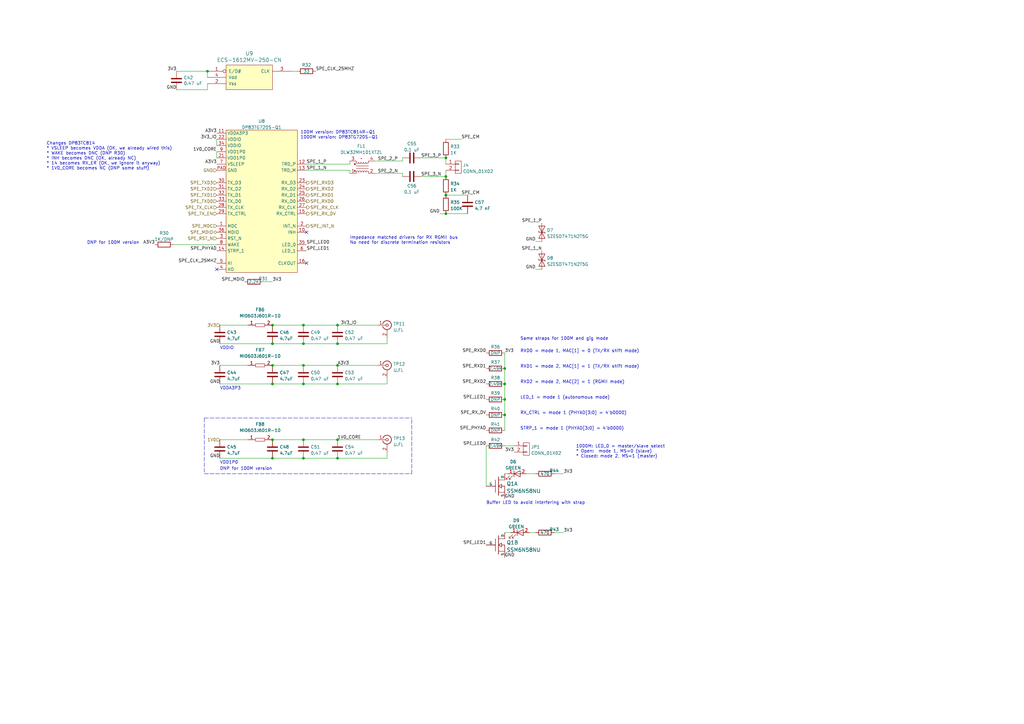
<source format=kicad_sch>
(kicad_sch (version 20211123) (generator eeschema)
  (paper "A3")
  (title_block (title "BaseT to BaseT1 Media Converter") (date "2024-01-28") (rev "0.1") (company "Antikernel Labs") (comment 1 "Andrew D. Zonenberg"))
  (lib_symbols
    (symbol "conn:CONN_01X02" (pin_names (offset 1.016) hide)
      (property "Reference" "J" (at 0 3.81 0))
      (property "Value" "CONN_01X02" (at 2.54 0 90))
      (symbol "CONN_01X02_0_1"
        (rectangle (start -1.27 -1.143) (end 0.254 -1.397))
        (rectangle (start -1.27 1.397) (end 0.254 1.143))
        (rectangle (start -1.27 2.54) (end 1.27 -2.54))
      )
      (symbol "CONN_01X02_1_1"
        (pin passive line (at -5.08 1.27 0) (length 3.81) (name "P1") (number "1"))
        (pin passive line (at -5.08 -1.27 0) (length 3.81) (name "P2") (number "2"))
      )
    )
    (symbol "conn:CONN_COAXIAL" (pin_names (offset 1.016) hide)
      (property "Reference" "J" (at 0.254 3.048 0))
      (property "Value" "CONN_COAXIAL" (at 2.921 0 90))
      (symbol "CONN_COAXIAL_0_1"
        (arc (start -1.778 -0.508) (mid 0.2311 -1.8066) (end 1.778 0) (stroke (width 0.254)))
        (polyline (pts (xy -1.27 0) (xy -0.508 0)))
        (polyline (pts (xy 0 -2.54) (xy 0 -1.778)))
        (circle (center 0 0) (radius 0.508) (stroke (width 0.2032)))
        (arc (start 1.778 0) (mid 0.2099 1.8101) (end -1.778 0.508) (stroke (width 0.254)))
      )
      (symbol "CONN_COAXIAL_1_1"
        (pin passive line (at -3.81 0 0) (length 2.54) (name "In") (number "1"))
        (pin passive line (at 0 -5.08 90) (length 2.54) (name "Ext") (number "2"))
      )
    )
    (symbol "device:C" (pin_numbers hide) (pin_names (offset 0.254))
      (property "Reference" "C" (at 0.635 2.54 0))
      (property "Value" "C" (at 0.635 -2.54 0))
      (symbol "C_0_1"
        (polyline (pts (xy -2.032 -0.762) (xy 2.032 -0.762)) (stroke (width 0.508)))
        (polyline (pts (xy -2.032 0.762) (xy 2.032 0.762)) (stroke (width 0.508)))
      )
      (symbol "C_1_1"
        (pin passive line (at 0 3.81 270) (length 2.794) (name "~") (number "1"))
        (pin passive line (at 0 -3.81 90) (length 2.794) (name "~") (number "2"))
      )
    )
    (symbol "device:D_TVS" (pin_numbers hide) (pin_names (offset 1.016) hide)
      (property "Reference" "D" (at 0 2.54 0))
      (property "Value" "D_TVS" (at 0 -2.54 0))
      (symbol "D_TVS_0_1"
        (polyline (pts (xy 1.27 0) (xy -1.27 0)))
        (polyline (pts (xy -2.54 -1.27) (xy 0 0) (xy -2.54 1.27) (xy -2.54 -1.27)) (stroke (width 0.2032)))
        (polyline (pts (xy 0.508 1.27) (xy 0 1.27) (xy 0 -1.27) (xy -0.508 -1.27)) (stroke (width 0.2032)))
        (polyline (pts (xy 2.54 1.27) (xy 2.54 -1.27) (xy 0 0) (xy 2.54 1.27)) (stroke (width 0.2032)))
      )
      (symbol "D_TVS_1_1"
        (pin passive line (at -3.81 0 0) (length 2.54) (name "A1") (number "1"))
        (pin passive line (at 3.81 0 180) (length 2.54) (name "A2") (number "2"))
      )
    )
    (symbol "device:EMI_Filter_CommonMode" (pin_names (offset 0.254) hide)
      (property "Reference" "FL" (at 0 4.445 0))
      (property "Value" "EMI_Filter_CommonMode" (at 0 -4.445 0))
      (property "Datasheet" "~" (at 0 1.016 90))
      (symbol "EMI_Filter_CommonMode_0_1"
        (circle (center -3.048 -1.27) (radius 0.254) (fill (type outline)))
        (circle (center -3.048 1.524) (radius 0.254) (fill (type outline)))
        (arc (start -2.54 2.032) (mid -2.032 1.524) (end -1.524 2.032))
        (arc (start -1.524 -2.032) (mid -2.032 -1.524) (end -2.54 -2.032))
        (arc (start -1.524 2.032) (mid -1.016 1.524) (end -0.508 2.032))
        (arc (start -0.508 -2.032) (mid -1.016 -1.524) (end -1.524 -2.032))
        (arc (start -0.508 2.032) (mid 0 1.524) (end 0.508 2.032))
        (polyline (pts (xy -2.54 -2.032) (xy -2.54 -2.54)))
        (polyline (pts (xy -2.54 0.508) (xy 2.54 0.508)))
        (polyline (pts (xy -2.54 2.032) (xy -2.54 2.54)))
        (polyline (pts (xy 2.54 -2.032) (xy 2.54 -2.54)))
        (polyline (pts (xy 2.54 -0.508) (xy -2.54 -0.508)))
        (polyline (pts (xy 2.54 2.54) (xy 2.54 2.032)))
        (arc (start 0.508 -2.032) (mid 0 -1.524) (end -0.508 -2.032))
        (arc (start 0.508 2.032) (mid 1.016 1.524) (end 1.524 2.032))
        (arc (start 1.524 -2.032) (mid 1.016 -1.524) (end 0.508 -2.032))
        (arc (start 1.524 2.032) (mid 2.032 1.524) (end 2.54 2.032))
        (arc (start 2.54 -2.032) (mid 2.032 -1.524) (end 1.524 -2.032))
      )
      (symbol "EMI_Filter_CommonMode_1_1"
        (pin passive line (at -5.08 2.54 0) (length 2.54) (name "1") (number "1"))
        (pin passive line (at 5.08 2.54 180) (length 2.54) (name "2") (number "2"))
        (pin passive line (at -5.08 -2.54 0) (length 2.54) (name "3") (number "3"))
        (pin passive line (at 5.08 -2.54 180) (length 2.54) (name "4") (number "4"))
      )
    )
    (symbol "device:LED" (pin_names (offset 1.016) hide)
      (property "Reference" "D" (at 0 2.54 0))
      (property "Value" "LED" (at 0 -2.54 0))
      (symbol "LED_0_1"
        (polyline (pts (xy -1.27 -1.27) (xy -1.27 1.27)) (stroke (width 0.2032)))
        (polyline (pts (xy -1.27 0) (xy 1.27 0)))
        (polyline (pts (xy 1.27 -1.27) (xy 1.27 1.27) (xy -1.27 0) (xy 1.27 -1.27)) (stroke (width 0.2032)))
        (polyline (pts (xy -3.048 -0.762) (xy -4.572 -2.286) (xy -3.81 -2.286) (xy -4.572 -2.286) (xy -4.572 -1.524)))
        (polyline (pts (xy -1.778 -0.762) (xy -3.302 -2.286) (xy -2.54 -2.286) (xy -3.302 -2.286) (xy -3.302 -1.524)))
      )
      (symbol "LED_1_1"
        (pin passive line (at -3.81 0 0) (length 2.54) (name "K") (number "1"))
        (pin passive line (at 3.81 0 180) (length 2.54) (name "A") (number "2"))
      )
    )
    (symbol "device:R" (pin_numbers hide) (pin_names (offset 0))
      (property "Reference" "R" (at 2.032 0 90))
      (property "Value" "R" (at 0 0 90))
      (symbol "R_0_1"
        (rectangle (start -1.016 -2.54) (end 1.016 2.54) (stroke (width 0.254)))
      )
      (symbol "R_1_1"
        (pin passive line (at 0 3.81 270) (length 1.27) (name "~") (number "1"))
        (pin passive line (at 0 -3.81 90) (length 1.27) (name "~") (number "2"))
      )
    )
    (symbol "osc-azonenberg:OSC" (pin_names (offset 1.016))
      (property "Reference" "U" (at 0 0 0))
      (property "Value" "OSC" (at 0 -2.54 0))
      (symbol "OSC_0_1"
        (rectangle (start -10.16 2.54) (end 8.89 -7.62) (fill (type background)))
      )
      (symbol "OSC_1_1"
        (pin input inverted (at -17.78 0 0) (length 7.62) (name "E/D#") (number "1"))
        (pin input line (at -17.78 -5.08 0) (length 7.62) (name "Vss") (number "2"))
        (pin output line (at 16.51 0 180) (length 7.62) (name "CLK") (number "3"))
        (pin power_in line (at -17.78 -2.54 0) (length 7.62) (name "Vdd") (number "4"))
      )
    )
    (symbol "passive-azonenberg:FERRITE_SMALL2" (pin_names (offset 1.016))
      (property "Reference" "FB" (at 0 2.54 0))
      (property "Value" "FERRITE_SMALL2" (at 0 -2.54 0))
      (symbol "FERRITE_SMALL2_0_1"
        (rectangle (start -1.905 0.635) (end 1.905 -0.635))
      )
      (symbol "FERRITE_SMALL2_1_1"
        (pin input line (at -5.08 0 0) (length 3.175) (name "~") (number "1"))
        (pin power_out line (at 5.08 0 180) (length 3.175) (name "~") (number "2"))
      )
    )
    (symbol "special-azonenberg:DP83TG720S-Q1"
      (property "Reference" "U" (at 0 -1.27 0))
      (property "Value" "DP83TG720S-Q1" (at 0 -3.81 0))
      (symbol "DP83TG720S-Q1_0_1"
        (rectangle (start 0 58.42) (end 29.21 0) (stroke (width 0.1524)) (fill (type background)))
      )
      (symbol "DP83TG720S-Q1_1_1"
        (pin input line (at -3.81 19.05 0) (length 3.81) (name "MDC") (number "1"))
        (pin open_collector line (at 33.02 16.51 180) (length 3.81) (name "INH") (number "10"))
        (pin power_in line (at -3.81 57.15 0) (length 3.81) (name "VDDA3P3") (number "11"))
        (pin bidirectional line (at 33.02 44.45 180) (length 3.81) (name "TRD_P") (number "12"))
        (pin bidirectional line (at 33.02 41.91 180) (length 3.81) (name "TRD_M") (number "13"))
        (pin input line (at -3.81 8.89 0) (length 3.81) (name "STRP_1") (number "14"))
        (pin output line (at 33.02 24.13 180) (length 3.81) (name "RX_CTRL") (number "15"))
        (pin output line (at 33.02 3.81 180) (length 3.81) (name "CLKOUT") (number "16"))
        (pin output line (at 33.02 19.05 180) (length 3.81) (name "INT_N") (number "2"))
        (pin power_in line (at -3.81 46.99 0) (length 3.81) (name "VDD1P0") (number "21"))
        (pin power_in line (at -3.81 54.61 0) (length 3.81) (name "VDDIO") (number "22"))
        (pin output line (at 33.02 36.83 180) (length 3.81) (name "RX_D3") (number "23"))
        (pin output line (at 33.02 34.29 180) (length 3.81) (name "RX_D2") (number "24"))
        (pin output line (at 33.02 31.75 180) (length 3.81) (name "RX_D1") (number "25"))
        (pin output line (at 33.02 29.21 180) (length 3.81) (name "RX_D0") (number "26"))
        (pin output line (at 33.02 26.67 180) (length 3.81) (name "RX_CLK") (number "27"))
        (pin input line (at -3.81 26.67 0) (length 3.81) (name "TX_CLK") (number "28"))
        (pin input line (at -3.81 24.13 0) (length 3.81) (name "TX_CTRL") (number "29"))
        (pin input line (at -3.81 13.97 0) (length 3.81) (name "RST_N") (number "3"))
        (pin input line (at -3.81 36.83 0) (length 3.81) (name "TX_D3") (number "30"))
        (pin input line (at -3.81 34.29 0) (length 3.81) (name "TX_D2") (number "31"))
        (pin input line (at -3.81 31.75 0) (length 3.81) (name "TX_D1") (number "32"))
        (pin input line (at -3.81 29.21 0) (length 3.81) (name "TX_D0") (number "33"))
        (pin power_in line (at -3.81 52.07 0) (length 3.81) (name "VDDIO") (number "34"))
        (pin output line (at 33.02 11.43 180) (length 3.81) (name "LED_0") (number "35"))
        (pin bidirectional line (at -3.81 16.51 0) (length 3.81) (name "MDIO") (number "36"))
        (pin output line (at -3.81 1.27 0) (length 3.81) (name "XO") (number "4"))
        (pin input line (at -3.81 3.81 0) (length 3.81) (name "XI") (number "5"))
        (pin output line (at 33.02 8.89 180) (length 3.81) (name "LED_1") (number "6"))
        (pin power_in line (at -3.81 44.45 0) (length 3.81) (name "VSLEEP") (number "7"))
        (pin input line (at -3.81 11.43 0) (length 3.81) (name "WAKE") (number "8"))
        (pin power_in line (at -3.81 49.53 0) (length 3.81) (name "VDD1P0") (number "9"))
        (pin power_in line (at -3.81 41.91 0) (length 3.81) (name "GND") (number "PAD"))
      )
    )
    (symbol "special-azonenberg:SSM6N58NU_DUAL_NMOS" (pin_numbers hide) (pin_names (offset 0))
      (property "Reference" "Q" (at 0.254 4.318 0))
      (property "Value" "SSM6N58NU_DUAL_NMOS" (at -1.27 -3.81 0))
      (property "Datasheet" "transistors/mos/*.*" (at 0 0 0))
      (symbol "SSM6N58NU_DUAL_NMOS_0_1"
        (polyline (pts (xy -1.27 -2.54) (xy -1.27 2.54)) (stroke (width 0.2032)))
        (polyline (pts (xy 0 -3.81) (xy 0 3.81)) (stroke (width 0.254)))
        (polyline (pts (xy 2.54 -2.54) (xy 0 -2.54)))
        (polyline (pts (xy 2.54 2.54) (xy 0 2.54)))
        (polyline (pts (xy 2.54 -2.54) (xy 2.54 0) (xy 1.27 0)) (stroke (width 0.2032)))
        (polyline (pts (xy 1.27 0.762) (xy 1.27 -0.762) (xy 0 0) (xy 1.27 0.762) (xy 1.27 0.762)) (stroke (width 0.2032)))
      )
      (symbol "SSM6N58NU_DUAL_NMOS_1_1"
        (pin passive line (at 2.54 5.08 270) (length 2.54) (name "D") (number "D1"))
        (pin input line (at -5.08 0 0) (length 3.81) (name "G") (number "G1"))
        (pin passive line (at 2.54 -5.08 90) (length 2.54) (name "S") (number "S1"))
      )
      (symbol "SSM6N58NU_DUAL_NMOS_2_1"
        (pin passive line (at 2.54 5.08 270) (length 2.54) (name "D") (number "D2"))
        (pin input line (at -5.08 0 0) (length 3.81) (name "G") (number "G2"))
        (pin passive line (at 2.54 -5.08 90) (length 2.54) (name "S") (number "S2"))
      )
    )
  )
  (junction (at 207.01 163.83))
  (junction (at 182.88 72.39))
  (junction (at 124.46 157.48))
  (junction (at 111.76 140.97))
  (junction (at 111.76 157.48))
  (junction (at 111.76 149.86))
  (junction (at 207.01 157.48))
  (junction (at 138.43 180.34))
  (junction (at 111.76 133.35))
  (junction (at 124.46 180.34))
  (junction (at 124.46 133.35))
  (junction (at 111.76 180.34))
  (junction (at 182.88 87.63))
  (junction (at 124.46 187.96))
  (junction (at 182.88 80.01))
  (junction (at 111.76 187.96))
  (junction (at 138.43 133.35))
  (junction (at 207.01 151.13))
  (junction (at 138.43 140.97))
  (junction (at 182.88 64.77))
  (junction (at 138.43 149.86))
  (junction (at 124.46 149.86))
  (junction (at 138.43 187.96))
  (junction (at 138.43 157.48))
  (junction (at 85.09 29.21))
  (junction (at 207.01 170.18))
  (junction (at 124.46 140.97))
  (no_connect (at 125.73 107.95))
  (no_connect (at 125.73 95.25))
  (no_connect (at 88.9 110.49))
  (wire (pts (xy 138.43 140.97) (xy 158.75 140.97)))
  (wire (pts (xy 182.88 57.15) (xy 189.23 57.15)))
  (wire (pts (xy 124.46 157.48) (xy 138.43 157.48)))
  (wire (pts (xy 124.46 133.35) (xy 138.43 133.35)))
  (wire (pts (xy 111.76 115.57) (xy 107.95 115.57)))
  (wire (pts (xy 165.1 66.04) (xy 165.1 64.77)))
  (wire (pts (xy 227.33 218.44) (xy 231.14 218.44)))
  (wire (pts (xy 182.88 87.63) (xy 191.77 87.63)))
  (wire (pts (xy 90.17 157.48) (xy 111.76 157.48)))
  (wire (pts (xy 207.01 170.18) (xy 207.01 176.53)))
  (wire (pts (xy 88.9 62.23) (xy 88.9 64.77)))
  (wire (pts (xy 138.43 133.35) (xy 154.94 133.35)))
  (wire (pts (xy 182.88 69.85) (xy 182.88 72.39)))
  (wire (pts (xy 90.17 187.96) (xy 111.76 187.96)))
  (wire (pts (xy 111.76 157.48) (xy 124.46 157.48)))
  (wire (pts (xy 111.76 133.35) (xy 124.46 133.35)))
  (wire (pts (xy 207.01 194.31) (xy 208.28 194.31)))
  (wire (pts (xy 90.17 149.86) (xy 101.6 149.86)))
  (wire (pts (xy 85.09 29.21) (xy 85.09 31.75)))
  (wire (pts (xy 138.43 187.96) (xy 158.75 187.96)))
  (wire (pts (xy 125.73 69.85) (xy 143.51 69.85)))
  (wire (pts (xy 71.12 100.33) (xy 88.9 100.33)))
  (wire (pts (xy 182.88 80.01) (xy 191.77 80.01)))
  (wire (pts (xy 143.51 69.85) (xy 143.51 71.12)))
  (wire (pts (xy 72.39 36.83) (xy 85.09 36.83)))
  (polyline (pts (xy 83.82 171.45) (xy 168.91 171.45)))
  (wire (pts (xy 207.01 151.13) (xy 207.01 157.48)))
  (wire (pts (xy 207.01 218.44) (xy 209.55 218.44)))
  (wire (pts (xy 111.76 187.96) (xy 124.46 187.96)))
  (wire (pts (xy 217.17 218.44) (xy 219.71 218.44)))
  (wire (pts (xy 121.92 29.21) (xy 119.38 29.21)))
  (wire (pts (xy 138.43 180.34) (xy 154.94 180.34)))
  (wire (pts (xy 143.51 67.31) (xy 143.51 66.04)))
  (polyline (pts (xy 168.91 194.31) (xy 168.91 171.45)))
  (wire (pts (xy 138.43 157.48) (xy 158.75 157.48)))
  (wire (pts (xy 111.76 180.34) (xy 124.46 180.34)))
  (wire (pts (xy 172.72 64.77) (xy 182.88 64.77)))
  (wire (pts (xy 207.01 144.78) (xy 207.01 151.13)))
  (wire (pts (xy 215.9 194.31) (xy 219.71 194.31)))
  (wire (pts (xy 199.39 182.88) (xy 199.39 199.39)))
  (wire (pts (xy 111.76 149.86) (xy 124.46 149.86)))
  (wire (pts (xy 165.1 71.12) (xy 165.1 72.39)))
  (wire (pts (xy 182.88 64.77) (xy 182.88 67.31)))
  (wire (pts (xy 172.72 72.39) (xy 182.88 72.39)))
  (wire (pts (xy 180.34 87.63) (xy 182.88 87.63)))
  (wire (pts (xy 207.01 157.48) (xy 207.01 163.83)))
  (wire (pts (xy 90.17 133.35) (xy 101.6 133.35)))
  (wire (pts (xy 124.46 187.96) (xy 138.43 187.96)))
  (wire (pts (xy 153.67 71.12) (xy 165.1 71.12)))
  (polyline (pts (xy 83.82 171.45) (xy 83.82 194.31)))
  (wire (pts (xy 124.46 140.97) (xy 138.43 140.97)))
  (wire (pts (xy 111.76 140.97) (xy 124.46 140.97)))
  (wire (pts (xy 219.71 110.49) (xy 222.25 110.49)))
  (wire (pts (xy 88.9 57.15) (xy 88.9 59.69)))
  (wire (pts (xy 227.33 194.31) (xy 231.14 194.31)))
  (wire (pts (xy 90.17 180.34) (xy 101.6 180.34)))
  (wire (pts (xy 72.39 29.21) (xy 85.09 29.21)))
  (wire (pts (xy 153.67 66.04) (xy 165.1 66.04)))
  (wire (pts (xy 124.46 149.86) (xy 138.43 149.86)))
  (wire (pts (xy 158.75 187.96) (xy 158.75 185.42)))
  (wire (pts (xy 219.71 99.06) (xy 222.25 99.06)))
  (wire (pts (xy 207.01 182.88) (xy 210.82 182.88)))
  (wire (pts (xy 125.73 67.31) (xy 143.51 67.31)))
  (wire (pts (xy 90.17 140.97) (xy 111.76 140.97)))
  (polyline (pts (xy 83.82 194.31) (xy 168.91 194.31)))
  (wire (pts (xy 158.75 157.48) (xy 158.75 154.94)))
  (wire (pts (xy 138.43 149.86) (xy 154.94 149.86)))
  (wire (pts (xy 85.09 36.83) (xy 85.09 34.29)))
  (wire (pts (xy 207.01 163.83) (xy 207.01 170.18)))
  (wire (pts (xy 124.46 180.34) (xy 138.43 180.34)))
  (wire (pts (xy 158.75 140.97) (xy 158.75 138.43)))
  (text "Changes DP83TC814\n* VSLEEP becomes VDDA (OK, we already wired this)\n* WAKE becomes DNC (DNP R30)\n* INH becomes DNC (OK, already NC)\n* 14 becomes RX_ER (OK, we ignore it anyway)\n* 1V0_CORE becomes NC (DNP some stuff)" (at 19.05 69.85 0) (effects (font (size 1.27 1.27)) (justify left bottom)))
  (text "Same straps for 100M and gig mode" (at 213.36 139.7 0) (effects (font (size 1.27 1.27)) (justify left bottom)))
  (text "RXD2 = mode 2, MAC[2] = 1 (RGMII mode)" (at 213.36 157.48 0) (effects (font (size 1.27 1.27)) (justify left bottom)))
  (text "RXD1 = mode 2, MAC[1] = 1 (TX/RX shift mode)" (at 213.36 151.13 0) (effects (font (size 1.27 1.27)) (justify left bottom)))
  (text "LED_1 = mode 1 (autonomous mode)" (at 213.36 163.83 0) (effects (font (size 1.27 1.27)) (justify left bottom)))
  (text "STRP_1 = mode 1 (PHYAD[3:0] = 4'b0000)" (at 213.36 176.53 0) (effects (font (size 1.27 1.27)) (justify left bottom)))
  (text "DNP for 100M version" (at 90.17 193.04 0) (effects (font (size 1.27 1.27)) (justify left bottom)))
  (text "1000M: LED_0 = master/slave select\n* Open:  mode 1, MS=0 (slave)\n* Closed: mode 2, MS=1 (master)" (at 236.22 187.96 0) (effects (font (size 1.27 1.27)) (justify left bottom)))
  (text "Impedance matched drivers for RX RGMII bus\nNo need for discrete termination resistors" (at 143.51 100.33 0) (effects (font (size 1.27 1.27)) (justify left bottom)))
  (text "VDDIO" (at 90.17 143.51 0) (effects (font (size 1.27 1.27)) (justify left bottom)))
  (text "100M version: DP83TC814R-Q1\n1000M version: DP83TG720S-Q1 " (at 123.19 57.15 0) (effects (font (size 1.27 1.27)) (justify left bottom)))
  (text "VDD1P0" (at 90.17 190.5 0) (effects (font (size 1.27 1.27)) (justify left bottom)))
  (text "DNP for 100M version" (at 57.15 100.33 180) (effects (font (size 1.27 1.27)) (justify right bottom)))
  (text "Buffer LED to avoid interfering with strap" (at 199.39 207.01 0) (effects (font (size 1.27 1.27)) (justify left bottom)))
  (text "RX_CTRL = mode 1 (PHYAD[3:0] = 4'b0000)" (at 213.36 170.18 0) (effects (font (size 1.27 1.27)) (justify left bottom)))
  (text "VDDA3P3" (at 90.17 160.02 0) (effects (font (size 1.27 1.27)) (justify left bottom)))
  (text "RXD0 = mode 1, MAC[1] = 0 (TX/RX shift mode)" (at 213.36 144.78 0) (effects (font (size 1.27 1.27)) (justify left bottom)))
  (label "GND" (at 180.34 87.63 180))
  (label "SPE_CLK_25MHZ" (at 129.54 29.21 0))
  (label "SPE_2_N" (at 154.94 71.12 0))
  (label "GND" (at 207.01 228.6 0))
  (label "3V3" (at 207.01 144.78 0))
  (label "SPE_LED1" (at 199.39 223.52 180))
  (label "SPE_LED0" (at 125.73 100.33 0))
  (label "SPE_CM" (at 189.23 80.01 0))
  (label "3V3" (at 90.17 149.86 180))
  (label "GND" (at 207.01 204.47 0))
  (label "SPE_PHYAD" (at 88.9 102.87 180))
  (label "GND" (at 219.71 110.49 180))
  (label "SPE_RXD1" (at 199.39 151.13 180))
  (label "3V3" (at 231.14 218.44 0))
  (label "SPE_CLK_25MHZ" (at 88.9 107.95 180))
  (label "3V3_IO" (at 139.7 133.35 0))
  (label "3V3_IO" (at 88.9 57.15 180))
  (label "SPE_1_P" (at 222.25 91.44 180))
  (label "A3V3" (at 138.43 149.86 0))
  (label "SPE_LED0" (at 199.39 182.88 180))
  (label "GND" (at 72.39 36.83 180))
  (label "SPE_RX_DV" (at 199.39 170.18 180))
  (label "GND" (at 219.71 99.06 180))
  (label "SPE_RXD2" (at 199.39 157.48 180))
  (label "SPE_RXD0" (at 199.39 144.78 180))
  (label "3V3" (at 210.82 185.42 180))
  (label "GND" (at 90.17 157.48 180))
  (label "SPE_2_P" (at 154.94 66.04 0))
  (label "3V3" (at 72.39 29.21 180))
  (label "SPE_3_N" (at 172.72 72.39 0))
  (label "SPE_1_N" (at 125.73 69.85 0))
  (label "A3V3" (at 63.5 100.33 180))
  (label "SPE_3_P" (at 172.72 64.77 0))
  (label "SPE_PHYAD" (at 199.39 176.53 180))
  (label "3V3" (at 111.76 115.57 0))
  (label "SPE_MDIO" (at 100.33 115.57 180))
  (label "SPE_CM" (at 189.23 57.15 0))
  (label "A3V3" (at 88.9 67.31 180))
  (label "SPE_1_P" (at 125.73 67.31 0))
  (label "3V3" (at 231.14 194.31 0))
  (label "GND" (at 90.17 140.97 180))
  (label "SPE_LED1" (at 199.39 163.83 180))
  (label "A3V3" (at 88.9 54.61 180))
  (label "GND" (at 90.17 187.96 180))
  (label "SPE_LED1" (at 125.73 102.87 0))
  (label "1V0_CORE" (at 88.9 62.23 180))
  (label "1V0_CORE" (at 138.43 180.34 0))
  (label "SPE_1_N" (at 222.25 102.87 180))
  (hierarchical_label "SPE_RX_CLK" (shape output) (at 125.73 85.09 0))
  (hierarchical_label "SPE_RXD0" (shape output) (at 125.73 82.55 0))
  (hierarchical_label "SPE_INT_N" (shape output) (at 125.73 92.71 0))
  (hierarchical_label "SPE_RXD1" (shape output) (at 125.73 80.01 0))
  (hierarchical_label "SPE_TXD2" (shape input) (at 88.9 77.47 180))
  (hierarchical_label "1V0" (shape input) (at 90.17 180.34 180))
  (hierarchical_label "SPE_TXD1" (shape input) (at 88.9 80.01 180))
  (hierarchical_label "SPE_RXD2" (shape output) (at 125.73 77.47 0))
  (hierarchical_label "SPE_MDIO" (shape bidirectional) (at 88.9 95.25 180))
  (hierarchical_label "SPE_TX_CLK" (shape input) (at 88.9 85.09 180))
  (hierarchical_label "SPE_TX_EN" (shape input) (at 88.9 87.63 180))
  (hierarchical_label "SPE_MDC" (shape input) (at 88.9 92.71 180))
  (hierarchical_label "GND" (shape input) (at 88.9 69.85 180))
  (hierarchical_label "SPE_TXD3" (shape input) (at 88.9 74.93 180))
  (hierarchical_label "SPE_RST_N" (shape input) (at 88.9 97.79 180))
  (hierarchical_label "SPE_TXD0" (shape input) (at 88.9 82.55 180))
  (hierarchical_label "SPE_RXD3" (shape output) (at 125.73 74.93 0))
  (hierarchical_label "3V3" (shape input) (at 90.17 133.35 180))
  (hierarchical_label "SPE_RX_DV" (shape output) (at 125.73 87.63 0))
  (symbol (lib_id "device:D_TVS") (at 222.25 106.68 90) (unit 1)
    (property "Reference" "D8" (at 224.2566 105.8453 90) (effects (justify right)))
    (property "Value" "SZESD7471N2T5G" (at 224.2566 108.3822 90) (effects (justify right)))
    (property "Footprint" "azonenberg_pcb:SOD882" (effects hide))
    (property "Datasheet" "https://en.wikipedia.org/wiki/Transient-voltage-suppression_diode" (effects hide))
  )
  (symbol (lib_id "device:R") (at 203.2 182.88 90) (unit 1)
    (property "Reference" "R42" (at 203.2 180.34 90))
    (property "Value" "2.49K" (at 203.2 182.88 90))
    (property "Footprint" "azonenberg_pcb:EIA_0402_RES_NOSILK" (effects hide))
  )
  (symbol (lib_id "device:R") (at 203.2 157.48 90) (unit 1)
    (property "Reference" "R38" (at 203.2 154.94 90))
    (property "Value" "2.49K" (at 203.2 157.48 90))
    (property "Footprint" "azonenberg_pcb:EIA_0402_RES_NOSILK" (effects hide))
  )
  (symbol (lib_id "conn:CONN_COAXIAL") (at 158.75 133.35 0) (unit 1)
    (property "Reference" "TP11" (at 161.2901 132.8085 0) (effects (justify left)))
    (property "Value" "U.FL" (at 161.2901 135.3454 0) (effects (justify left)))
    (property "Footprint" "azonenberg_pcb:CONN_U.FL_TE_1909763-1" (effects hide))
  )
  (symbol (lib_id "device:EMI_Filter_CommonMode") (at 148.59 68.58 0) (mirror x) (unit 1)
    (property "Reference" "FL1" (at 148.209 59.9304 0))
    (property "Value" "DLW32MH101XT2L" (at 148.209 62.4673 0))
    (property "Footprint" "azonenberg_pcb:CMC_1210" (effects hide))
    (property "Datasheet" "~" (at 148.209 65.0042 0))
  )
  (symbol (lib_id "passive-azonenberg:FERRITE_SMALL2") (at 106.68 180.34 0) (unit 1)
    (property "Reference" "FB8" (at 106.68 173.9931 0))
    (property "Value" "MI0603J601R-10" (at 106.68 176.53 0))
    (property "Footprint" "azonenberg_pcb:EIA_0603_INDUCTOR_NOSILK" (effects hide))
  )
  (symbol (lib_id "device:C") (at 72.39 33.02 0) (unit 1)
    (property "Reference" "C42" (at 75.311 31.8516 0) (effects (justify left)))
    (property "Value" "0.47 uF" (at 75.311 34.163 0) (effects (justify left)))
    (property "Footprint" "azonenberg_pcb:EIA_0402_CAP_NOSILK" (effects hide))
  )
  (symbol (lib_id "device:R") (at 223.52 194.31 90) (unit 1)
    (property "Reference" "R44" (at 227.33 193.04 90))
    (property "Value" "470" (at 223.52 194.31 90))
    (property "Footprint" "azonenberg_pcb:EIA_0402_RES_NOSILK" (effects hide))
  )
  (symbol (lib_id "passive-azonenberg:FERRITE_SMALL2") (at 106.68 149.86 0) (unit 1)
    (property "Reference" "FB7" (at 106.68 143.51 0))
    (property "Value" "MI0603J601R-10" (at 106.68 146.05 0))
    (property "Footprint" "azonenberg_pcb:EIA_0603_INDUCTOR_NOSILK" (effects hide))
  )
  (symbol (lib_id "device:R") (at 203.2 144.78 90) (unit 1)
    (property "Reference" "R36" (at 203.2 142.24 90))
    (property "Value" "DNP" (at 203.2 144.78 90))
    (property "Footprint" "azonenberg_pcb:EIA_0402_RES_NOSILK" (effects hide))
  )
  (symbol (lib_id "device:R") (at 203.2 163.83 90) (unit 1)
    (property "Reference" "R39" (at 203.2 161.29 90))
    (property "Value" "DNP" (at 203.2 163.83 90))
    (property "Footprint" "azonenberg_pcb:EIA_0402_RES_NOSILK" (effects hide))
  )
  (symbol (lib_id "device:C") (at 138.43 137.16 0) (unit 1)
    (property "Reference" "C52" (at 141.351 136.3253 0) (effects (justify left)))
    (property "Value" "0.47 uF" (at 141.351 138.8622 0) (effects (justify left)))
    (property "Footprint" "azonenberg_pcb:EIA_0402_CAP_NOSILK" (effects hide))
  )
  (symbol (lib_id "conn:CONN_COAXIAL") (at 158.75 149.86 0) (unit 1)
    (property "Reference" "TP12" (at 161.2901 149.3185 0) (effects (justify left)))
    (property "Value" "U.FL" (at 161.2901 151.8554 0) (effects (justify left)))
    (property "Footprint" "azonenberg_pcb:CONN_U.FL_TE_1909763-1" (effects hide))
  )
  (symbol (lib_id "device:C") (at 124.46 137.16 0) (unit 1)
    (property "Reference" "C49" (at 127.381 136.3253 0) (effects (justify left)))
    (property "Value" "0.47 uF" (at 127.381 138.8622 0) (effects (justify left)))
    (property "Footprint" "azonenberg_pcb:EIA_0402_CAP_NOSILK" (effects hide))
  )
  (symbol (lib_id "conn:CONN_01X02") (at 215.9 184.15 0) (unit 1)
    (property "Reference" "JP1" (at 217.805 183.3153 0) (effects (justify left)))
    (property "Value" "CONN_01X02" (at 217.805 185.8522 0) (effects (justify left)))
    (property "Footprint" "azonenberg_pcb:CONN_HEADER_2.54MM_1x2" (effects hide))
  )
  (symbol (lib_id "device:C") (at 191.77 83.82 0) (unit 1)
    (property "Reference" "C57" (at 194.691 82.9853 0) (effects (justify left)))
    (property "Value" "4.7 nF" (at 194.691 85.5222 0) (effects (justify left)))
    (property "Footprint" "azonenberg_pcb:EIA_0603_CAP_NOSILK" (effects hide))
  )
  (symbol (lib_id "device:C") (at 168.91 64.77 90) (unit 1)
    (property "Reference" "C55" (at 168.91 58.9112 90))
    (property "Value" "0.1 uF" (at 168.91 61.4481 90))
    (property "Footprint" "azonenberg_pcb:EIA_0402_CAP_NOSILK" (effects hide))
  )
  (symbol (lib_id "device:R") (at 203.2 176.53 90) (unit 1)
    (property "Reference" "R41" (at 203.2 173.99 90))
    (property "Value" "DNP" (at 203.2 176.53 90))
    (property "Footprint" "azonenberg_pcb:EIA_0402_RES_NOSILK" (effects hide))
  )
  (symbol (lib_id "device:R") (at 182.88 76.2 0) (unit 1)
    (property "Reference" "R34" (at 184.658 75.3653 0) (effects (justify left)))
    (property "Value" "1K" (at 184.658 77.9022 0) (effects (justify left)))
    (property "Footprint" "azonenberg_pcb:EIA_0402_RES_NOSILK" (effects hide))
  )
  (symbol (lib_id "device:C") (at 124.46 153.67 0) (unit 1)
    (property "Reference" "C50" (at 127.381 152.8353 0) (effects (justify left)))
    (property "Value" "0.47 uF" (at 127.381 155.3722 0) (effects (justify left)))
    (property "Footprint" "azonenberg_pcb:EIA_0402_CAP_NOSILK" (effects hide))
  )
  (symbol (lib_id "device:R") (at 104.14 115.57 270) (unit 1)
    (property "Reference" "R31" (at 107.95 114.3 90))
    (property "Value" "2.2K" (at 104.14 115.57 90))
    (property "Footprint" "azonenberg_pcb:EIA_0402_RES_NOSILK" (effects hide))
  )
  (symbol (lib_id "device:C") (at 138.43 184.15 0) (unit 1)
    (property "Reference" "C54" (at 141.351 183.3153 0) (effects (justify left)))
    (property "Value" "0.47 uF" (at 141.351 185.8522 0) (effects (justify left)))
    (property "Footprint" "azonenberg_pcb:EIA_0402_CAP_NOSILK" (effects hide))
  )
  (symbol (lib_id "device:R") (at 223.52 218.44 90) (unit 1)
    (property "Reference" "R43" (at 227.33 217.17 90))
    (property "Value" "470" (at 223.52 218.44 90))
    (property "Footprint" "azonenberg_pcb:EIA_0402_RES_NOSILK" (effects hide))
  )
  (symbol (lib_id "device:R") (at 67.31 100.33 90) (unit 1)
    (property "Reference" "R30" (at 67.31 95.6142 90))
    (property "Value" "1K/DNP" (at 67.31 98.1511 90))
    (property "Footprint" "azonenberg_pcb:EIA_0402_RES_NOSILK" (effects hide))
  )
  (symbol (lib_id "special-azonenberg:SSM6N58NU_DUAL_NMOS") (at 204.47 199.39 0) (unit 1)
    (property "Reference" "Q1" (at 207.7466 198.4138 0) (effects (font (size 1.524 1.524)) (justify left)))
    (property "Value" "SSM6N58NU" (at 207.7466 201.4072 0) (effects (font (size 1.524 1.524)) (justify left)))
    (property "Footprint" "azonenberg_pcb:DFN_6_0.65MM_2x2MM_GDS" (effects hide))
    (property "Datasheet" "transistors/mos/*.*" (effects hide))
  )
  (symbol (lib_id "device:R") (at 125.73 29.21 270) (unit 1)
    (property "Reference" "R32" (at 125.73 26.67 90))
    (property "Value" "33" (at 125.73 29.21 90))
    (property "Footprint" "azonenberg_pcb:EIA_0402_RES_NOSILK" (effects hide))
  )
  (symbol (lib_id "device:C") (at 90.17 184.15 0) (unit 1)
    (property "Reference" "C45" (at 93.091 183.3153 0) (effects (justify left)))
    (property "Value" "4.7uF" (at 93.091 185.8522 0) (effects (justify left)))
    (property "Footprint" "azonenberg_pcb:EIA_0603_CAP_NOSILK" (effects hide))
  )
  (symbol (lib_id "device:LED") (at 213.36 218.44 0) (unit 1)
    (property "Reference" "D9" (at 211.7598 213.4956 0))
    (property "Value" "GREEN" (at 211.7598 216.0325 0))
    (property "Footprint" "azonenberg_pcb:EIA_0603_LED" (effects hide))
  )
  (symbol (lib_id "device:R") (at 203.2 170.18 90) (unit 1)
    (property "Reference" "R40" (at 203.2 167.64 90))
    (property "Value" "DNP" (at 203.2 170.18 90))
    (property "Footprint" "azonenberg_pcb:EIA_0402_RES_NOSILK" (effects hide))
  )
  (symbol (lib_id "device:C") (at 168.91 72.39 90) (unit 1)
    (property "Reference" "C56" (at 168.91 76.2031 90))
    (property "Value" "0.1 uF" (at 168.91 78.74 90))
    (property "Footprint" "azonenberg_pcb:EIA_0402_CAP_NOSILK" (effects hide))
  )
  (symbol (lib_id "device:R") (at 182.88 60.96 0) (unit 1)
    (property "Reference" "R33" (at 184.658 60.1253 0) (effects (justify left)))
    (property "Value" "1K" (at 184.658 62.6622 0) (effects (justify left)))
    (property "Footprint" "azonenberg_pcb:EIA_0402_RES_NOSILK" (effects hide))
  )
  (symbol (lib_id "device:C") (at 138.43 153.67 0) (unit 1)
    (property "Reference" "C53" (at 141.351 152.8353 0) (effects (justify left)))
    (property "Value" "0.47 uF" (at 141.351 155.3722 0) (effects (justify left)))
    (property "Footprint" "azonenberg_pcb:EIA_0402_CAP_NOSILK" (effects hide))
  )
  (symbol (lib_id "device:C") (at 124.46 184.15 0) (unit 1)
    (property "Reference" "C51" (at 127.381 183.3153 0) (effects (justify left)))
    (property "Value" "0.47 uF" (at 127.381 185.8522 0) (effects (justify left)))
    (property "Footprint" "azonenberg_pcb:EIA_0402_CAP_NOSILK" (effects hide))
  )
  (symbol (lib_id "special-azonenberg:SSM6N58NU_DUAL_NMOS") (at 204.47 223.52 0) (unit 2)
    (property "Reference" "Q1" (at 207.7466 222.5438 0) (effects (font (size 1.524 1.524)) (justify left)))
    (property "Value" "SSM6N58NU" (at 207.7466 225.5372 0) (effects (font (size 1.524 1.524)) (justify left)))
    (property "Footprint" "azonenberg_pcb:DFN_6_0.65MM_2x2MM_GDS" (effects hide))
    (property "Datasheet" "transistors/mos/*.*" (effects hide))
  )
  (symbol (lib_id "osc-azonenberg:OSC") (at 102.87 29.21 0) (unit 1)
    (property "Reference" "U9" (at 102.235 21.9202 0) (effects (font (size 1.524 1.524))))
    (property "Value" "ECS-1612MV-250-CN" (at 102.235 24.6126 0) (effects (font (size 1.524 1.524))))
    (property "Footprint" "azonenberg_pcb:OSCILLATOR_1.6x1.2" (effects hide))
  )
  (symbol (lib_id "special-azonenberg:DP83TG720S-Q1") (at 92.71 111.76 0) (unit 1)
    (property "Reference" "U8" (at 107.315 49.691 0))
    (property "Value" "DP83TG720S-Q1" (at 107.315 52.2279 0))
    (property "Footprint" "azonenberg_pcb:QFN_36_0.5MM_6x6MM" (effects hide))
  )
  (symbol (lib_id "conn:CONN_01X02") (at 187.96 68.58 0) (unit 1)
    (property "Reference" "J4" (at 189.865 67.7453 0) (effects (justify left)))
    (property "Value" "CONN_01X02" (at 189.865 70.2822 0) (effects (justify left)))
    (property "Footprint" "azonenberg_pcb:CONN_HEADER_2.54MM_1x2" (effects hide))
  )
  (symbol (lib_id "device:D_TVS") (at 222.25 95.25 90) (unit 1)
    (property "Reference" "D7" (at 224.2566 94.4153 90) (effects (justify right)))
    (property "Value" "SZESD7471N2T5G" (at 224.2566 96.9522 90) (effects (justify right)))
    (property "Footprint" "azonenberg_pcb:SOD882" (effects hide))
    (property "Datasheet" "https://en.wikipedia.org/wiki/Transient-voltage-suppression_diode" (effects hide))
  )
  (symbol (lib_id "conn:CONN_COAXIAL") (at 158.75 180.34 0) (unit 1)
    (property "Reference" "TP13" (at 161.2901 179.7985 0) (effects (justify left)))
    (property "Value" "U.FL" (at 161.2901 182.3354 0) (effects (justify left)))
    (property "Footprint" "azonenberg_pcb:CONN_U.FL_TE_1909763-1" (effects hide))
  )
  (symbol (lib_id "device:C") (at 111.76 153.67 0) (unit 1)
    (property "Reference" "C47" (at 114.681 152.8353 0) (effects (justify left)))
    (property "Value" "4.7uF" (at 114.681 155.3722 0) (effects (justify left)))
    (property "Footprint" "azonenberg_pcb:EIA_0603_CAP_NOSILK" (effects hide))
  )
  (symbol (lib_id "device:C") (at 90.17 137.16 0) (unit 1)
    (property "Reference" "C43" (at 93.091 136.3253 0) (effects (justify left)))
    (property "Value" "4.7uF" (at 93.091 138.8622 0) (effects (justify left)))
    (property "Footprint" "azonenberg_pcb:EIA_0603_CAP_NOSILK" (effects hide))
  )
  (symbol (lib_id "device:R") (at 182.88 83.82 0) (unit 1)
    (property "Reference" "R35" (at 184.658 82.9853 0) (effects (justify left)))
    (property "Value" "100K" (at 184.658 85.5222 0) (effects (justify left)))
    (property "Footprint" "azonenberg_pcb:EIA_0402_RES_NOSILK" (effects hide))
  )
  (symbol (lib_id "passive-azonenberg:FERRITE_SMALL2") (at 106.68 133.35 0) (unit 1)
    (property "Reference" "FB6" (at 106.68 127.0031 0))
    (property "Value" "MI0603J601R-10" (at 106.68 129.54 0))
    (property "Footprint" "azonenberg_pcb:EIA_0603_INDUCTOR_NOSILK" (effects hide))
  )
  (symbol (lib_id "device:C") (at 111.76 184.15 0) (unit 1)
    (property "Reference" "C48" (at 114.681 183.3153 0) (effects (justify left)))
    (property "Value" "4.7uF" (at 114.681 185.8522 0) (effects (justify left)))
    (property "Footprint" "azonenberg_pcb:EIA_0603_CAP_NOSILK" (effects hide))
  )
  (symbol (lib_id "device:C") (at 90.17 153.67 0) (unit 1)
    (property "Reference" "C44" (at 93.091 152.8353 0) (effects (justify left)))
    (property "Value" "4.7uF" (at 93.091 155.3722 0) (effects (justify left)))
    (property "Footprint" "azonenberg_pcb:EIA_0603_CAP_NOSILK" (effects hide))
  )
  (symbol (lib_id "device:R") (at 203.2 151.13 90) (unit 1)
    (property "Reference" "R37" (at 203.2 148.59 90))
    (property "Value" "2.49K" (at 203.2 151.13 90))
    (property "Footprint" "azonenberg_pcb:EIA_0402_RES_NOSILK" (effects hide))
  )
  (symbol (lib_id "device:C") (at 111.76 137.16 0) (unit 1)
    (property "Reference" "C46" (at 114.681 136.3253 0) (effects (justify left)))
    (property "Value" "4.7uF" (at 114.681 138.8622 0) (effects (justify left)))
    (property "Footprint" "azonenberg_pcb:EIA_0603_CAP_NOSILK" (effects hide))
  )
  (symbol (lib_id "device:LED") (at 212.09 194.31 0) (unit 1)
    (property "Reference" "D6" (at 210.4898 189.3656 0))
    (property "Value" "GREEN" (at 210.4898 191.9025 0))
    (property "Footprint" "azonenberg_pcb:EIA_0603_LED" (effects hide))
  )
)
</source>
